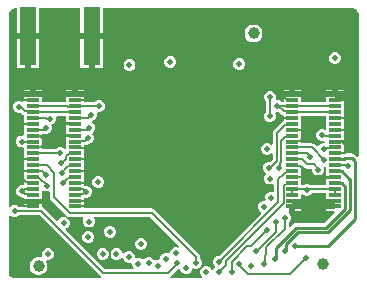
<source format=gbl>
G04*
G04 #@! TF.GenerationSoftware,Altium Limited,Altium Designer,24.6.1 (21)*
G04*
G04 Layer_Physical_Order=6*
G04 Layer_Color=16711680*
%FSLAX25Y25*%
%MOIN*%
G70*
G04*
G04 #@! TF.SameCoordinates,B612BC47-A3F5-4497-89C3-408F828805D4*
G04*
G04*
G04 #@! TF.FilePolarity,Positive*
G04*
G01*
G75*
%ADD23R,0.05512X0.19685*%
%ADD29C,0.00750*%
%ADD33C,0.03937*%
%ADD34C,0.01968*%
%ADD35R,0.03937X0.01181*%
%ADD36C,0.01000*%
G36*
X119493Y94573D02*
X119890Y94494D01*
X120263Y94340D01*
X120599Y94115D01*
X120885Y93829D01*
X121110Y93494D01*
X121265Y93120D01*
X121344Y92724D01*
X121344Y92522D01*
X121344Y45229D01*
X120833Y45017D01*
X119992Y45857D01*
X119496Y46189D01*
X118911Y46305D01*
X116853D01*
X116750Y46284D01*
X116637Y46377D01*
X116354Y46728D01*
Y48606D01*
Y49819D01*
X113386D01*
Y50575D01*
X116354D01*
Y52543D01*
Y53756D01*
X113386D01*
Y54512D01*
X116354D01*
Y56480D01*
Y57693D01*
X113386D01*
Y58449D01*
X116354D01*
Y60417D01*
Y63599D01*
X113386D01*
Y64945D01*
X110417D01*
Y63410D01*
X102181D01*
Y64945D01*
X96244D01*
Y63410D01*
X95597D01*
X95317Y63690D01*
X94588Y63992D01*
X93992D01*
X93665Y64377D01*
X93634Y64465D01*
X93717Y64664D01*
Y65454D01*
X93414Y66183D01*
X92856Y66741D01*
X92127Y67043D01*
X91338D01*
X90608Y66741D01*
X90050Y66183D01*
X89748Y65454D01*
Y64664D01*
X90050Y63935D01*
X90281Y63704D01*
Y60016D01*
X89952Y59687D01*
X89650Y58958D01*
Y58168D01*
X89952Y57439D01*
X90510Y56881D01*
X91239Y56579D01*
X92028D01*
X92758Y56881D01*
X93316Y57439D01*
X93618Y58168D01*
Y58958D01*
X93325Y59666D01*
X93362Y59745D01*
X93636Y60091D01*
X93798Y60024D01*
X94524D01*
X95284Y59264D01*
X95739Y58960D01*
X96244Y58859D01*
Y58449D01*
X99213D01*
Y57693D01*
X96244D01*
Y57008D01*
X96050Y56878D01*
X93103Y53932D01*
X92799Y53477D01*
X92693Y52940D01*
Y49319D01*
X92181Y49107D01*
X91872Y49415D01*
X91143Y49718D01*
X90353D01*
X89624Y49415D01*
X89066Y48857D01*
X88764Y48128D01*
Y47339D01*
X89066Y46609D01*
X89624Y46051D01*
X90353Y45749D01*
X91143D01*
X91872Y46051D01*
X92181Y46360D01*
X92693Y46148D01*
Y44446D01*
X91751Y43504D01*
X91027D01*
X90298Y43202D01*
X89740Y42644D01*
X89438Y41915D01*
Y41126D01*
X89740Y40396D01*
X90206Y39930D01*
X90295Y39810D01*
X90250Y39304D01*
X89934Y38988D01*
X89632Y38259D01*
Y37470D01*
X89934Y36740D01*
X90492Y36182D01*
X91221Y35880D01*
X92010D01*
X92572Y36112D01*
X93083Y35857D01*
Y33708D01*
X92658Y33424D01*
X92521Y33480D01*
X91731D01*
X91002Y33178D01*
X90444Y32620D01*
X90142Y31891D01*
Y31101D01*
X90225Y30900D01*
X90195Y30814D01*
X89867Y30428D01*
X89272D01*
X88543Y30126D01*
X87985Y29567D01*
X87682Y28838D01*
Y28049D01*
X87985Y27319D01*
X88543Y26761D01*
X88680Y26704D01*
X88780Y26202D01*
X74604Y12026D01*
X74207D01*
X73478Y11724D01*
X72920Y11166D01*
X72618Y10437D01*
Y9647D01*
X72920Y8918D01*
X73473Y8365D01*
X73023Y7915D01*
X72845Y7487D01*
X72291D01*
X72155Y7817D01*
X71596Y8375D01*
X70867Y8677D01*
X70078D01*
X69349Y8375D01*
X68790Y7817D01*
X68488Y7088D01*
Y6298D01*
X68790Y5569D01*
X69208Y5152D01*
X69009Y4640D01*
X58524Y4640D01*
X58369Y5152D01*
X58608Y5311D01*
X61155Y7858D01*
X61221D01*
X61370Y7920D01*
X61795Y7635D01*
Y7514D01*
X62097Y6785D01*
X62656Y6226D01*
X63385Y5924D01*
X64174D01*
X64903Y6226D01*
X65462Y6785D01*
X65764Y7514D01*
Y7631D01*
X66276Y7967D01*
X66699Y7792D01*
X67488D01*
X68218Y8094D01*
X68776Y8652D01*
X69078Y9381D01*
Y10171D01*
X68776Y10900D01*
X68496Y11180D01*
Y11646D01*
X68389Y12183D01*
X68085Y12638D01*
X53255Y27468D01*
X52800Y27772D01*
X52264Y27878D01*
X29740D01*
Y31352D01*
X29984Y31401D01*
X30130Y31498D01*
X30707D01*
X31436Y31800D01*
X31994Y32358D01*
X32296Y33087D01*
Y33877D01*
X31994Y34606D01*
X31436Y35164D01*
X30707Y35466D01*
X30077D01*
X29984Y35528D01*
X29740Y35577D01*
Y36795D01*
Y39977D01*
X26772D01*
Y40732D01*
X29740D01*
Y40732D01*
Y43914D01*
X26772D01*
Y44669D01*
X29740D01*
Y44669D01*
Y49011D01*
X30038D01*
X30575Y49117D01*
X30989Y49394D01*
X31399D01*
X32128Y49696D01*
X32686Y50254D01*
X32988Y50983D01*
Y51773D01*
X32686Y52502D01*
X32525Y52663D01*
X32620Y53141D01*
X33178Y53699D01*
X33480Y54428D01*
Y55217D01*
X33178Y55947D01*
X32620Y56505D01*
X32436Y56581D01*
X32420Y56734D01*
X32487Y57114D01*
X33112Y57373D01*
X33670Y57931D01*
X33972Y58660D01*
Y59450D01*
X33933Y59545D01*
X34330Y59925D01*
X35040D01*
X35770Y60227D01*
X36328Y60786D01*
X36630Y61515D01*
Y62304D01*
X36328Y63033D01*
X35770Y63592D01*
X35040Y63894D01*
X34251D01*
X33522Y63592D01*
X33291Y63361D01*
X29740D01*
Y64945D01*
X26772D01*
X23803D01*
Y63311D01*
X15567D01*
Y64945D01*
X12598D01*
X9630D01*
Y63727D01*
X9118Y63525D01*
X8466Y63795D01*
X7676D01*
X6947Y63493D01*
X6389Y62935D01*
X6087Y62206D01*
Y61416D01*
X6389Y60687D01*
X6947Y60129D01*
X7676Y59827D01*
X8402D01*
X8965Y59264D01*
X9420Y58960D01*
X9630Y58918D01*
Y56480D01*
Y56480D01*
X12598D01*
Y55725D01*
X9630D01*
Y52620D01*
X9351Y52181D01*
X8562D01*
X7833Y51879D01*
X7275Y51321D01*
X6972Y50591D01*
Y49802D01*
X7275Y49073D01*
X7833Y48515D01*
X8562Y48213D01*
X9351D01*
X9630Y48026D01*
Y44669D01*
Y44669D01*
X12598D01*
Y43914D01*
X9630D01*
Y40732D01*
Y40732D01*
X12598D01*
Y39977D01*
X9630D01*
Y35597D01*
X9382Y35547D01*
X8759D01*
X8030Y35245D01*
X7471Y34687D01*
X7169Y33958D01*
Y33168D01*
X7471Y32439D01*
X8030Y31881D01*
X8759Y31579D01*
X9218D01*
X9484Y31401D01*
X9630Y31372D01*
Y30890D01*
X12598D01*
X15567D01*
Y33757D01*
X16079Y33969D01*
X16199Y33849D01*
X16928Y33547D01*
X17718D01*
X17959Y33647D01*
X18384Y33363D01*
Y31604D01*
X18491Y31067D01*
X18795Y30613D01*
X23923Y25485D01*
X24377Y25181D01*
X24914Y25074D01*
X29338D01*
X29544Y24563D01*
X29278Y23918D01*
Y23129D01*
X29580Y22400D01*
X30138Y21842D01*
X30867Y21539D01*
X31657D01*
X32386Y21842D01*
X32944Y22400D01*
X33246Y23129D01*
Y23918D01*
X32979Y24563D01*
X33186Y25074D01*
X51683D01*
X61469Y15288D01*
X61179Y14854D01*
X60810Y15007D01*
X60021D01*
X59292Y14705D01*
X58733Y14147D01*
X58431Y13418D01*
Y13252D01*
X57920Y12925D01*
X57481Y13106D01*
X56692D01*
X55963Y12804D01*
X55404Y12246D01*
X55102Y11517D01*
Y11240D01*
X54725Y10842D01*
X53936D01*
X53588Y10698D01*
X52965Y10865D01*
X52406Y11423D01*
X51677Y11725D01*
X50888D01*
X50158Y11423D01*
X49735Y11000D01*
X49105Y10905D01*
X48972Y11038D01*
X48243Y11340D01*
X47454D01*
X47142Y11211D01*
X47128Y11214D01*
X46669Y11569D01*
Y12107D01*
X46367Y12837D01*
X45809Y13395D01*
X45080Y13697D01*
X44290D01*
X43561Y13395D01*
X43047Y12881D01*
X42811Y12910D01*
X42525Y13019D01*
X42233Y13722D01*
X41675Y14281D01*
X40946Y14583D01*
X40156D01*
X39427Y14281D01*
X38869Y13722D01*
X38567Y12993D01*
Y12204D01*
X38869Y11474D01*
X39427Y10916D01*
X40156Y10614D01*
X40946D01*
X41675Y10916D01*
X42189Y11430D01*
X42425Y11401D01*
X42712Y11292D01*
X43003Y10589D01*
X43561Y10030D01*
X44290Y9728D01*
X45080D01*
X45391Y9857D01*
X45405Y9854D01*
X45864Y9499D01*
Y8961D01*
X46166Y8232D01*
X46221Y8177D01*
X46025Y7704D01*
X36798D01*
X23732Y20771D01*
X23832Y21273D01*
X24036Y21358D01*
X24595Y21916D01*
X24897Y22645D01*
Y23434D01*
X24595Y24164D01*
X24036Y24722D01*
X23307Y25024D01*
X22518D01*
X21788Y24722D01*
X21230Y24164D01*
X21145Y23959D01*
X20643Y23859D01*
X16543Y27960D01*
X16088Y28264D01*
X15567Y28367D01*
Y28921D01*
Y29512D01*
X12598D01*
X9630D01*
Y28370D01*
X7999D01*
X7718Y28651D01*
X6989Y28953D01*
X6200D01*
X5471Y28651D01*
X5152Y28332D01*
X4640Y28544D01*
X4640Y92520D01*
Y92722D01*
X4719Y93118D01*
X4873Y93492D01*
X5097Y93828D01*
X5383Y94114D01*
X5719Y94339D01*
X6092Y94494D01*
X6489Y94573D01*
X6691Y94573D01*
X7268D01*
Y86433D01*
X11024D01*
X14780D01*
Y94573D01*
X28528D01*
Y86433D01*
X32283D01*
X36039D01*
Y94573D01*
X119291Y94573D01*
X119493Y94573D01*
D02*
G37*
G36*
X110417Y54475D02*
X109906Y54158D01*
X109450Y54347D01*
X108660D01*
X107931Y54044D01*
X107373Y53486D01*
X107071Y52757D01*
Y51968D01*
X107373Y51238D01*
X107931Y50680D01*
X108660Y50378D01*
X109450D01*
X109567Y50426D01*
X109945Y50178D01*
X109587Y49819D01*
X109251D01*
X108522Y49517D01*
X107964Y48959D01*
X107857Y48701D01*
X107253Y48581D01*
X106614Y49220D01*
X106159Y49524D01*
X105623Y49630D01*
X102181D01*
Y53756D01*
X99213D01*
Y54512D01*
X102181D01*
Y54512D01*
Y58637D01*
X110417D01*
Y54475D01*
D02*
G37*
G36*
X23803Y56480D02*
Y56480D01*
X26772D01*
Y55725D01*
X23803D01*
Y52543D01*
Y52543D01*
X26772D01*
Y51788D01*
X23803D01*
Y48009D01*
X23291Y47797D01*
X22928Y48160D01*
X22199Y48462D01*
X21409D01*
X20680Y48160D01*
X20291Y47771D01*
X15567D01*
Y52732D01*
X16240D01*
X16776Y52839D01*
X17324D01*
X18053Y53141D01*
X18611Y53699D01*
X18913Y54428D01*
Y55217D01*
X18734Y55650D01*
X18765Y55696D01*
X19494Y55998D01*
X20052Y56556D01*
X20354Y57285D01*
Y58075D01*
X20298Y58212D01*
X20582Y58637D01*
X23803D01*
Y56480D01*
D02*
G37*
G36*
X103028Y41567D02*
X103483Y41263D01*
X104020Y41156D01*
X105715D01*
X105791Y41079D01*
Y40466D01*
X106093Y39737D01*
X106652Y39178D01*
X107381Y38876D01*
X108170D01*
X108900Y39178D01*
X109458Y39737D01*
X109760Y40466D01*
Y41255D01*
X109647Y41529D01*
X109913Y41927D01*
X110417Y41772D01*
Y38764D01*
X113329D01*
X113386Y38752D01*
Y38008D01*
X110417D01*
Y35703D01*
X105339D01*
X105206Y35836D01*
X104477Y36138D01*
X103687D01*
X102958Y35836D01*
X102825Y35703D01*
X102181D01*
Y38008D01*
X99213D01*
Y38764D01*
X102181D01*
Y41745D01*
X102654Y41941D01*
X103028Y41567D01*
D02*
G37*
G36*
X110417Y30890D02*
Y30890D01*
X113386D01*
Y29512D01*
Y27543D01*
X110417D01*
Y26953D01*
X113065D01*
X113261Y26480D01*
X109802Y23021D01*
X100375D01*
X99790Y22905D01*
X99294Y22573D01*
X98541Y21821D01*
X98069Y22017D01*
Y23196D01*
X98527Y23654D01*
X98829Y24383D01*
Y25173D01*
X98527Y25902D01*
X97988Y26441D01*
X97993Y26542D01*
X98117Y26953D01*
X98213D01*
Y28543D01*
X99213D01*
Y29512D01*
Y30890D01*
X102181D01*
Y32524D01*
X102693Y32737D01*
X102958Y32471D01*
X103687Y32169D01*
X104477D01*
X105206Y32471D01*
X105634Y32899D01*
X110417D01*
Y30890D01*
D02*
G37*
G36*
X5471Y25286D02*
X6200Y24984D01*
X6989D01*
X7718Y25286D01*
X7999Y25567D01*
X14970D01*
X35226Y5311D01*
X35465Y5152D01*
X35309Y4640D01*
X6491D01*
X6094Y4719D01*
X5721Y4873D01*
X5385Y5097D01*
X5099Y5383D01*
X4874Y5719D01*
X4719Y6092D01*
X4640Y6489D01*
X4640Y6691D01*
Y25393D01*
X5152Y25605D01*
X5471Y25286D01*
D02*
G37*
%LPC*%
G36*
X86611Y89189D02*
X85830D01*
X85075Y88987D01*
X84398Y88596D01*
X83845Y88043D01*
X83454Y87366D01*
X83252Y86611D01*
Y85830D01*
X83454Y85075D01*
X83845Y84398D01*
X84398Y83845D01*
X85075Y83454D01*
X85830Y83252D01*
X86611D01*
X87366Y83454D01*
X88043Y83845D01*
X88596Y84398D01*
X88987Y85075D01*
X89189Y85830D01*
Y86611D01*
X88987Y87366D01*
X88596Y88043D01*
X88043Y88596D01*
X87366Y88987D01*
X86611Y89189D01*
D02*
G37*
G36*
X113780Y79937D02*
X112991D01*
X112262Y79635D01*
X111704Y79077D01*
X111402Y78347D01*
Y77558D01*
X111704Y76829D01*
X112262Y76271D01*
X112991Y75968D01*
X113780D01*
X114510Y76271D01*
X115068Y76829D01*
X115370Y77558D01*
Y78347D01*
X115068Y79077D01*
X114510Y79635D01*
X113780Y79937D01*
D02*
G37*
G36*
X58915Y78658D02*
X58125D01*
X57396Y78355D01*
X56838Y77797D01*
X56536Y77068D01*
Y76279D01*
X56838Y75549D01*
X57396Y74991D01*
X58125Y74689D01*
X58915D01*
X59644Y74991D01*
X60202Y75549D01*
X60504Y76279D01*
Y77068D01*
X60202Y77797D01*
X59644Y78355D01*
X58915Y78658D01*
D02*
G37*
G36*
X36039Y84433D02*
X33283D01*
Y74590D01*
X36039D01*
Y84433D01*
D02*
G37*
G36*
X31284D02*
X28528D01*
Y74590D01*
X31284D01*
Y84433D01*
D02*
G37*
G36*
X14780D02*
X12024D01*
Y74590D01*
X14780D01*
Y84433D01*
D02*
G37*
G36*
X10024D02*
X7268D01*
Y74590D01*
X10024D01*
Y84433D01*
D02*
G37*
G36*
X81891Y77969D02*
X81101D01*
X80372Y77666D01*
X79814Y77108D01*
X79512Y76379D01*
Y75590D01*
X79814Y74860D01*
X80372Y74302D01*
X81101Y74000D01*
X81891D01*
X82620Y74302D01*
X83178Y74860D01*
X83480Y75590D01*
Y76379D01*
X83178Y77108D01*
X82620Y77666D01*
X81891Y77969D01*
D02*
G37*
G36*
X45277Y77575D02*
X44487D01*
X43758Y77273D01*
X43200Y76714D01*
X42898Y75985D01*
Y75196D01*
X43200Y74467D01*
X43758Y73908D01*
X44487Y73606D01*
X45277D01*
X46006Y73908D01*
X46564Y74467D01*
X46866Y75196D01*
Y75985D01*
X46564Y76714D01*
X46006Y77273D01*
X45277Y77575D01*
D02*
G37*
G36*
X15567Y67535D02*
X13598D01*
Y66945D01*
X15567D01*
Y67535D01*
D02*
G37*
G36*
X29740D02*
X27772D01*
Y66945D01*
X29740D01*
Y67535D01*
D02*
G37*
G36*
X116354D02*
X114386D01*
Y66945D01*
X116354D01*
Y67535D01*
D02*
G37*
G36*
X112386D02*
X110417D01*
Y66945D01*
X112386D01*
Y67535D01*
D02*
G37*
G36*
X102181D02*
X100213D01*
Y66945D01*
X102181D01*
Y67535D01*
D02*
G37*
G36*
X98213D02*
X96244D01*
Y66945D01*
X98213D01*
Y67535D01*
D02*
G37*
G36*
X11598D02*
X9630D01*
Y66945D01*
X11598D01*
Y67535D01*
D02*
G37*
G36*
X25772D02*
X23803D01*
Y66945D01*
X25772D01*
Y67535D01*
D02*
G37*
G36*
X34844Y38598D02*
X34054D01*
X33325Y38296D01*
X32767Y37738D01*
X32465Y37009D01*
Y36219D01*
X32767Y35490D01*
X33325Y34932D01*
X34054Y34630D01*
X34844D01*
X35573Y34932D01*
X36131Y35490D01*
X36433Y36219D01*
Y37009D01*
X36131Y37738D01*
X35573Y38296D01*
X34844Y38598D01*
D02*
G37*
G36*
X38879Y22071D02*
X38090D01*
X37360Y21769D01*
X36802Y21211D01*
X36500Y20481D01*
Y19692D01*
X36802Y18963D01*
X37360Y18405D01*
X38090Y18102D01*
X38879D01*
X39608Y18405D01*
X40166Y18963D01*
X40468Y19692D01*
Y20481D01*
X40166Y21211D01*
X39608Y21769D01*
X38879Y22071D01*
D02*
G37*
G36*
X31497Y20291D02*
X30708D01*
X29978Y19989D01*
X29420Y19431D01*
X29118Y18702D01*
Y17912D01*
X29420Y17183D01*
X29978Y16625D01*
X30708Y16323D01*
X31497D01*
X32226Y16625D01*
X32785Y17183D01*
X33087Y17912D01*
Y18702D01*
X32785Y19431D01*
X32226Y19989D01*
X31497Y20291D01*
D02*
G37*
G36*
X49148Y18050D02*
X48358D01*
X47629Y17748D01*
X47071Y17190D01*
X46769Y16461D01*
Y15671D01*
X47071Y14942D01*
X47629Y14384D01*
X48358Y14082D01*
X49148D01*
X49877Y14384D01*
X50435Y14942D01*
X50737Y15671D01*
Y16461D01*
X50435Y17190D01*
X49877Y17748D01*
X49148Y18050D01*
D02*
G37*
G36*
X36320Y14681D02*
X35530D01*
X34801Y14379D01*
X34243Y13821D01*
X33941Y13092D01*
Y12302D01*
X34243Y11573D01*
X34801Y11015D01*
X35530Y10713D01*
X36320D01*
X37049Y11015D01*
X37607Y11573D01*
X37909Y12302D01*
Y13092D01*
X37607Y13821D01*
X37049Y14379D01*
X36320Y14681D01*
D02*
G37*
G36*
X102181Y27543D02*
X100213D01*
Y26953D01*
X102181D01*
Y27543D01*
D02*
G37*
G36*
X18111Y14583D02*
X17322D01*
X16592Y14281D01*
X16034Y13722D01*
X15732Y12993D01*
Y12204D01*
X15851Y11918D01*
X15473Y11492D01*
X14958Y11630D01*
X14176D01*
X13421Y11428D01*
X12744Y11037D01*
X12191Y10484D01*
X11801Y9807D01*
X11598Y9052D01*
Y8271D01*
X11801Y7516D01*
X12191Y6839D01*
X12744Y6286D01*
X13421Y5895D01*
X14176Y5693D01*
X14958D01*
X15713Y5895D01*
X16390Y6286D01*
X16942Y6839D01*
X17333Y7516D01*
X17535Y8271D01*
Y9052D01*
X17333Y9807D01*
X17140Y10141D01*
X17200Y10296D01*
X17458Y10614D01*
X18111D01*
X18841Y10916D01*
X19399Y11474D01*
X19701Y12204D01*
Y12993D01*
X19399Y13722D01*
X18841Y14281D01*
X18111Y14583D01*
D02*
G37*
%LPD*%
D23*
X32283Y85433D02*
D03*
X11024D02*
D03*
D29*
X16005Y58061D02*
X15886Y58071D01*
X34973Y32480D02*
X35036D01*
X31036Y36417D02*
X34973Y32480D01*
X81486Y9142D02*
X84523Y6105D01*
X81486Y9142D02*
Y9325D01*
X78949Y6877D02*
Y10125D01*
X84059Y15234D01*
X85252D01*
X89997Y9682D02*
Y12129D01*
X90551Y12683D02*
Y15053D01*
X89997Y12129D02*
X90551Y12683D01*
X89764Y9449D02*
X89997Y9682D01*
X90551Y15053D02*
X96667Y21169D01*
X85252Y15234D02*
X90595Y20577D01*
X78949Y6877D02*
X79134Y6693D01*
X84523Y6105D02*
X98330D01*
X103740Y11516D01*
X87155Y13801D02*
X87403D01*
X93701Y20099D01*
Y23435D01*
X74602Y10042D02*
X94485Y29925D01*
X90595Y20577D02*
X90843D01*
X91422Y41520D02*
X91750D01*
X94095Y43865D01*
X94859Y41294D02*
X95077Y41511D01*
X96279Y29743D02*
Y35439D01*
X76961Y9065D02*
Y10426D01*
X96279Y29743D01*
X94485Y29925D02*
Y37579D01*
X96667Y21169D02*
Y24600D01*
X96845Y24778D01*
X74705Y6808D02*
X76961Y9065D01*
X94485Y37579D02*
X96279Y39372D01*
Y35439D02*
X97041Y36202D01*
X109055Y52362D02*
X109252Y52165D01*
X113386D01*
X95374Y58071D02*
X99213D01*
X95374Y58071D02*
X95374Y58071D01*
X99375Y53971D02*
X104670D01*
X104833Y53808D01*
X16005Y58061D02*
X18370Y57680D01*
X12598Y58071D02*
X15886D01*
X25178Y56318D02*
X26772Y56102D01*
X23107Y56496D02*
X25178Y56318D01*
X12598Y60039D02*
X26772D01*
X99269Y44235D02*
X102343D01*
X99213Y44291D02*
X99269Y44235D01*
X102343D02*
X104020Y42558D01*
X12598Y54134D02*
X16240D01*
X16929Y54823D01*
X91683Y65010D02*
X91732Y65059D01*
X91634Y58563D02*
X91683Y58612D01*
Y65010D01*
X36217Y6302D02*
X57616D01*
X15551Y26969D02*
X36217Y6302D01*
X6594Y26969D02*
X15551D01*
X7677Y30512D02*
X9430Y28759D01*
X7677Y30512D02*
X12598D01*
X6794Y31395D02*
X7677Y30512D01*
X6794Y31395D02*
Y38094D01*
X9055Y40354D01*
X9430Y28759D02*
X12383D01*
X12598Y28543D01*
X9288Y37771D02*
Y40121D01*
X9055Y40354D02*
X9288Y40121D01*
X9055Y40354D02*
X12598D01*
X9154Y33563D02*
X10021Y32696D01*
X9824Y34233D02*
X12383D01*
X9154Y33563D02*
X9824Y34233D01*
X57616Y6302D02*
X60827Y9513D01*
X12708Y46369D02*
X21695D01*
X21804Y46478D01*
X24914Y26476D02*
X52264D01*
X67094Y11646D01*
Y9776D02*
Y11646D01*
X104082Y34301D02*
X113238D01*
X103934D02*
X104082Y34154D01*
X99360Y34301D02*
X103934D01*
X104101Y39494D02*
Y39600D01*
X101593Y42107D02*
X104101Y39600D01*
X110153Y38170D02*
X113170D01*
X109130Y37147D02*
X110153Y38170D01*
X108800Y37147D02*
X109130D01*
X107776Y40861D02*
Y41078D01*
X113170Y38170D02*
X113386Y38386D01*
X99213D02*
X103002D01*
X104093Y39477D01*
X99213Y54134D02*
X99375Y53971D01*
X8204Y65256D02*
X8755Y65807D01*
X12461D02*
X12598Y65945D01*
X8755Y65807D02*
X12461D01*
X7874Y65256D02*
X8204D01*
X7874D02*
X9154Y63976D01*
X12598D01*
X31594Y65945D02*
X32579Y66929D01*
X29842Y64192D02*
X31594Y65945D01*
X26772Y63976D02*
X26987Y64192D01*
X29842D01*
X12697Y61909D02*
X24393D01*
Y61811D02*
X26772D01*
X8071Y61614D02*
X8597D01*
X9957Y60255D01*
X12383D02*
X12598Y60039D01*
X9957Y60255D02*
X12383D01*
X8071Y61614D02*
Y61811D01*
X97619Y64192D02*
X97835Y63976D01*
X97225Y64192D02*
X97619D01*
X95472Y65945D02*
X97225Y64192D01*
X97835Y63976D02*
X99213D01*
X94784Y66634D02*
X95472Y65945D01*
X117815Y47539D02*
Y47724D01*
X113386Y50197D02*
X113601Y49981D01*
X115557D01*
X117815Y47724D01*
X116751Y46475D02*
X117815Y47539D01*
X113601Y46475D02*
X116751D01*
X113386Y46260D02*
X113601Y46475D01*
X12383Y36633D02*
X12598Y36417D01*
X10427Y36633D02*
X12383D01*
X9288Y37771D02*
X10427Y36633D01*
X30993Y28543D02*
X32961Y30512D01*
X26772Y28543D02*
X30993D01*
X34930Y32480D02*
X34973D01*
X26772Y30512D02*
X32961D01*
X34930Y32480D01*
X26772Y36417D02*
X31036D01*
X29448Y32696D02*
X30234Y33482D01*
X30312D01*
X16278Y51577D02*
X16866Y52165D01*
X26772D01*
X15948Y51577D02*
X16278D01*
X26772Y65945D02*
X31594D01*
X9154Y44291D02*
X12598D01*
X15289Y48444D02*
X15948Y49103D01*
X12814Y48444D02*
X15289D01*
X15948Y49103D02*
Y51577D01*
X12598Y48228D02*
X12814Y48444D01*
X31516Y40354D02*
X32377Y41215D01*
Y45271D01*
X26772Y40354D02*
X31516D01*
X26772Y44291D02*
X31398D01*
X32377Y45271D01*
Y48125D01*
X32382Y48130D01*
X26821Y48179D02*
X32333D01*
X32382Y48130D01*
X26772Y48228D02*
X26821Y48179D01*
X117519Y42248D02*
X117595Y42172D01*
X113386Y42323D02*
X113461Y42248D01*
X117519D01*
X95472Y65945D02*
X99213D01*
X26919Y61959D02*
X34596D01*
X34646Y61910D01*
X14770Y38170D02*
X17323Y35618D01*
Y35531D02*
Y35618D01*
X17316Y42323D02*
X19786Y39852D01*
Y31604D02*
Y39852D01*
Y31604D02*
X24914Y26476D01*
X15846Y40354D02*
X17088Y39113D01*
X17164D01*
X12814Y38170D02*
X14770D01*
X12598Y40354D02*
X15846D01*
X12598Y38386D02*
X12814Y38170D01*
X15245Y51950D02*
X15618Y51577D01*
X15948D01*
X12814Y51950D02*
X15245D01*
X12598Y52165D02*
X12814Y51950D01*
X23797Y44310D02*
X23838D01*
X22458Y42971D02*
X23797Y44310D01*
X22128Y42971D02*
X22458D01*
X99213Y34449D02*
X99360Y34301D01*
X99428Y42107D02*
X101593D01*
X99213Y42323D02*
X99428Y42107D01*
X106296Y42558D02*
X107776Y41078D01*
X104020Y42558D02*
X106296D01*
X95077Y41511D02*
Y42952D01*
X104701Y45213D02*
X104724Y45235D01*
X104701Y45213D02*
X104997Y44917D01*
X104724Y45235D02*
Y45632D01*
X104096Y46260D02*
X104724Y45632D01*
X99213Y46260D02*
X104096D01*
X101767Y50412D02*
X104833Y53478D01*
X99428Y50412D02*
X101767D01*
X104833Y53478D02*
Y53808D01*
X99213Y50197D02*
X99428Y50412D01*
X94095Y43865D02*
Y52940D01*
X74705Y6791D02*
Y6808D01*
X60827Y9513D02*
Y9843D01*
X99213Y60039D02*
X113386D01*
X99213Y62008D02*
X113386D01*
X94523D02*
X99213D01*
X96276Y60255D02*
X98997D01*
X94523Y62008D02*
X96276Y60255D01*
X98997D02*
X99213Y60039D01*
X94193Y62008D02*
X94523D01*
X22241Y39747D02*
X23838Y41344D01*
X22241Y39567D02*
Y39747D01*
X12598Y42323D02*
X17316D01*
X23838Y41344D02*
Y41345D01*
X24489Y38170D02*
X26556D01*
X22560Y36241D02*
X24489Y38170D01*
X26987Y32696D02*
X29448D01*
X29448Y34233D02*
X30217Y33465D01*
X26987Y34233D02*
X29448D01*
X26556Y38170D02*
X26772Y38386D01*
X24601Y42107D02*
X26556D01*
X26772Y42323D01*
X24404Y41910D02*
X24601Y42107D01*
X24403Y41910D02*
X24404D01*
X23838Y41345D02*
X24403Y41910D01*
X23838Y45282D02*
X24600Y46044D01*
X26556D02*
X26772Y46260D01*
X23838Y44310D02*
Y45282D01*
X12598Y46260D02*
X12708Y46369D01*
X24600Y46044D02*
X26556D01*
X26772Y32480D02*
X26987Y32696D01*
X10021D02*
X12383D01*
Y34233D02*
X12598Y34449D01*
X12383Y32696D02*
X12598Y32480D01*
X26772Y34449D02*
X26987Y34233D01*
X8957Y50197D02*
X12598D01*
X30038Y50412D02*
X31004Y51378D01*
X26987Y50412D02*
X30038D01*
X30807Y54134D02*
X31496Y54823D01*
X26772Y54134D02*
X30807D01*
X26772Y50197D02*
X26987Y50412D01*
X31004Y58071D02*
X31988Y59055D01*
X26772Y58071D02*
X31004D01*
X97041Y36202D02*
X98997D01*
X96279Y39376D02*
X97041Y40139D01*
X96279Y39372D02*
Y39376D01*
X97041Y40139D02*
X98997D01*
Y36202D02*
X99213Y36417D01*
X95077Y42952D02*
X95435Y43310D01*
Y50344D01*
X97041Y51950D01*
X94095Y52940D02*
X97041Y55887D01*
X98997Y40139D02*
X99213Y40354D01*
X105623Y48228D02*
X109827Y44025D01*
X99213Y48228D02*
X105623D01*
X109843Y48031D02*
X113189D01*
X109646Y47835D02*
X109843Y48031D01*
X113189D02*
X113386Y48228D01*
X97041Y51950D02*
X98997D01*
X99213Y52165D01*
X97041Y55887D02*
X98997D01*
X99213Y56102D01*
X113238Y34301D02*
X113386Y34449D01*
Y32480D02*
Y34449D01*
X99213Y32480D02*
Y34449D01*
X26772Y61811D02*
X26919Y61959D01*
X12598Y62008D02*
X12697Y61909D01*
D33*
X109449Y9449D02*
D03*
X14567Y8661D02*
D03*
X86221Y86221D02*
D03*
D34*
X14961Y71653D02*
D03*
X32283Y70866D02*
D03*
X118110Y77953D02*
D03*
X11024Y85433D02*
D03*
X32283D02*
D03*
X35036Y32480D02*
D03*
X81486Y9325D02*
D03*
X85527Y8755D02*
D03*
X89764Y9449D02*
D03*
X87155Y13801D02*
D03*
X74602Y10042D02*
D03*
X96850Y13780D02*
D03*
X90843Y20577D02*
D03*
X91616Y37864D02*
D03*
X90748Y47733D02*
D03*
X91422Y41520D02*
D03*
X94859Y41294D02*
D03*
X92126Y31496D02*
D03*
X89667Y28443D02*
D03*
X93701Y23435D02*
D03*
X91732Y34646D02*
D03*
X103740Y11516D02*
D03*
X96845Y24778D02*
D03*
X109055Y52362D02*
D03*
X80315Y30413D02*
D03*
X75984D02*
D03*
X71653D02*
D03*
X67323D02*
D03*
X62992D02*
D03*
X58661D02*
D03*
X54331D02*
D03*
X50000D02*
D03*
X45669D02*
D03*
X80315Y34744D02*
D03*
X75984D02*
D03*
X71653D02*
D03*
X67323D02*
D03*
X62992D02*
D03*
X58661D02*
D03*
X54331D02*
D03*
X50000D02*
D03*
X45669D02*
D03*
X80315Y39075D02*
D03*
X75984D02*
D03*
X71653D02*
D03*
X67323D02*
D03*
X62992D02*
D03*
X58661D02*
D03*
X54331D02*
D03*
X50000D02*
D03*
X45669D02*
D03*
X80315Y43406D02*
D03*
X75984D02*
D03*
X71653D02*
D03*
X67323D02*
D03*
X62992D02*
D03*
X58661D02*
D03*
X54331D02*
D03*
X50000D02*
D03*
X45669D02*
D03*
X80315Y47736D02*
D03*
X75984D02*
D03*
X71653D02*
D03*
X67323D02*
D03*
X62992D02*
D03*
X58661D02*
D03*
X54331D02*
D03*
X50000D02*
D03*
X45669D02*
D03*
X80315Y52067D02*
D03*
X75984D02*
D03*
X71653D02*
D03*
X67323D02*
D03*
X62992D02*
D03*
X58661D02*
D03*
X54331D02*
D03*
X50000D02*
D03*
X45669D02*
D03*
X80315Y56398D02*
D03*
X75984D02*
D03*
X71653D02*
D03*
X67323D02*
D03*
X62992D02*
D03*
X58661D02*
D03*
X54331D02*
D03*
X50000D02*
D03*
X45669D02*
D03*
X80315Y60728D02*
D03*
X75984D02*
D03*
X71653D02*
D03*
X67323D02*
D03*
X62992D02*
D03*
X58661D02*
D03*
X54331D02*
D03*
X50000D02*
D03*
X45669D02*
D03*
X80315Y65059D02*
D03*
X75984D02*
D03*
X71653D02*
D03*
X67323D02*
D03*
X62992D02*
D03*
X58661D02*
D03*
X54331D02*
D03*
X50000D02*
D03*
X45669D02*
D03*
X95374Y58071D02*
D03*
X104833Y53808D02*
D03*
X11811Y12598D02*
D03*
X17717D02*
D03*
X99606Y77953D02*
D03*
X113386D02*
D03*
X81496Y75984D02*
D03*
X75590D02*
D03*
X50886Y75590D02*
D03*
X18370Y57680D02*
D03*
X23107Y56496D02*
D03*
X44882Y75590D02*
D03*
X48753Y16066D02*
D03*
X16929Y54823D02*
D03*
X91634Y58563D02*
D03*
X70472Y6693D02*
D03*
X60416Y13023D02*
D03*
X57087Y11122D02*
D03*
X6594Y26969D02*
D03*
X9055Y40354D02*
D03*
X9154Y33563D02*
D03*
X54331Y8858D02*
D03*
X47848Y9356D02*
D03*
X51282Y9741D02*
D03*
X21804Y46478D02*
D03*
X104082Y29454D02*
D03*
Y34154D02*
D03*
X104101Y39494D02*
D03*
X108800Y37147D02*
D03*
X107776Y40861D02*
D03*
X63779Y7908D02*
D03*
X67094Y9776D02*
D03*
X35925Y12697D02*
D03*
X33268Y15256D02*
D03*
X31102Y18307D02*
D03*
X7874Y65256D02*
D03*
X8071Y61811D02*
D03*
X117815Y47539D02*
D03*
X30312Y33482D02*
D03*
X32579Y66929D02*
D03*
X9154Y44291D02*
D03*
X117595Y42172D02*
D03*
X94784Y66634D02*
D03*
X35773Y58607D02*
D03*
X34646Y61910D02*
D03*
X17323Y35531D02*
D03*
X17164Y39113D02*
D03*
X15948Y51577D02*
D03*
X22128Y42971D02*
D03*
X104997Y44917D02*
D03*
X91732Y84449D02*
D03*
X91535Y54035D02*
D03*
X93504Y11122D02*
D03*
X79134Y6693D02*
D03*
X74705Y6791D02*
D03*
X60827Y9843D02*
D03*
X44685Y11713D02*
D03*
X40551Y12598D02*
D03*
X22241Y39567D02*
D03*
X22560Y36241D02*
D03*
X31262Y23524D02*
D03*
X22912Y23040D02*
D03*
X34449Y36614D02*
D03*
X8957Y50197D02*
D03*
X38484Y20087D02*
D03*
X31496Y54823D02*
D03*
X31004Y51378D02*
D03*
X32382Y48130D02*
D03*
X34744Y50886D02*
D03*
X31988Y59055D02*
D03*
X109827Y44025D02*
D03*
X109646Y47835D02*
D03*
X100000Y15354D02*
D03*
X58520Y76673D02*
D03*
X91732Y65059D02*
D03*
X94193Y62008D02*
D03*
D35*
X12598Y28543D02*
D03*
X26772D02*
D03*
X12598Y30512D02*
D03*
X26772D02*
D03*
X12598Y32480D02*
D03*
X26772D02*
D03*
X12598Y34449D02*
D03*
X26772D02*
D03*
X12598Y36417D02*
D03*
X26772D02*
D03*
X12598Y38386D02*
D03*
X26772D02*
D03*
X12598Y40354D02*
D03*
X26772D02*
D03*
X12598Y42323D02*
D03*
X26772D02*
D03*
X12598Y44291D02*
D03*
X26772D02*
D03*
X12598Y46260D02*
D03*
X26772D02*
D03*
X12598Y48228D02*
D03*
X26772D02*
D03*
X12598Y50197D02*
D03*
X26772D02*
D03*
X12598Y52165D02*
D03*
X26772D02*
D03*
X12598Y54134D02*
D03*
X26772D02*
D03*
X12598Y56102D02*
D03*
X26772D02*
D03*
X12598Y58071D02*
D03*
X26772D02*
D03*
X12598Y60039D02*
D03*
X26772D02*
D03*
X12598Y62008D02*
D03*
X26772D02*
D03*
X12598Y63976D02*
D03*
X26772D02*
D03*
X12598Y65945D02*
D03*
X26772D02*
D03*
X99213Y28543D02*
D03*
X113386D02*
D03*
X99213Y30512D02*
D03*
X113386D02*
D03*
X99213Y32480D02*
D03*
X113386D02*
D03*
X99213Y34449D02*
D03*
X113386D02*
D03*
X99213Y36417D02*
D03*
X113386D02*
D03*
X99213Y38386D02*
D03*
X113386D02*
D03*
X99213Y40354D02*
D03*
X113386D02*
D03*
X99213Y42323D02*
D03*
X113386D02*
D03*
X99213Y44291D02*
D03*
X113386D02*
D03*
X99213Y46260D02*
D03*
X113386D02*
D03*
X99213Y48228D02*
D03*
X113386D02*
D03*
X99213Y50197D02*
D03*
X113386D02*
D03*
X99213Y52165D02*
D03*
X113386D02*
D03*
X99213Y54134D02*
D03*
X113386D02*
D03*
X99213Y56102D02*
D03*
X113386D02*
D03*
X99213Y58071D02*
D03*
X113386D02*
D03*
X99213Y60039D02*
D03*
X113386D02*
D03*
X99213Y62008D02*
D03*
X113386D02*
D03*
X99213Y63976D02*
D03*
X113386D02*
D03*
X99213Y65945D02*
D03*
X113386D02*
D03*
D36*
X97036Y15903D02*
X101034Y19902D01*
X96850Y13780D02*
X97036Y13965D01*
Y15903D01*
X111122Y15354D02*
X120079Y24311D01*
X100000Y15354D02*
X111122D01*
X94366Y15483D02*
Y15483D01*
X93689Y11307D02*
Y14806D01*
X94366Y15483D01*
Y15483D02*
X100375Y21492D01*
X110436D01*
X116459Y44382D02*
X116853Y44776D01*
X118911D02*
X120079Y43608D01*
Y24311D02*
Y43608D01*
X116853Y44776D02*
X118911D01*
X113476Y44382D02*
X116459D01*
X113386Y44291D02*
X113476Y44382D01*
X115609Y40264D02*
X118405Y37468D01*
X113476Y40264D02*
X115609D01*
X93504Y11122D02*
X93689Y11307D01*
X101034Y19902D02*
X111095D01*
X116732Y27788D02*
Y35204D01*
X110436Y21492D02*
X116732Y27788D01*
X113476Y36327D02*
X115609D01*
X116732Y35204D01*
X118405Y27212D02*
Y37468D01*
X111095Y19902D02*
X118405Y27212D01*
X113386Y40354D02*
X113476Y40264D01*
X113386Y36417D02*
X113476Y36327D01*
M02*

</source>
